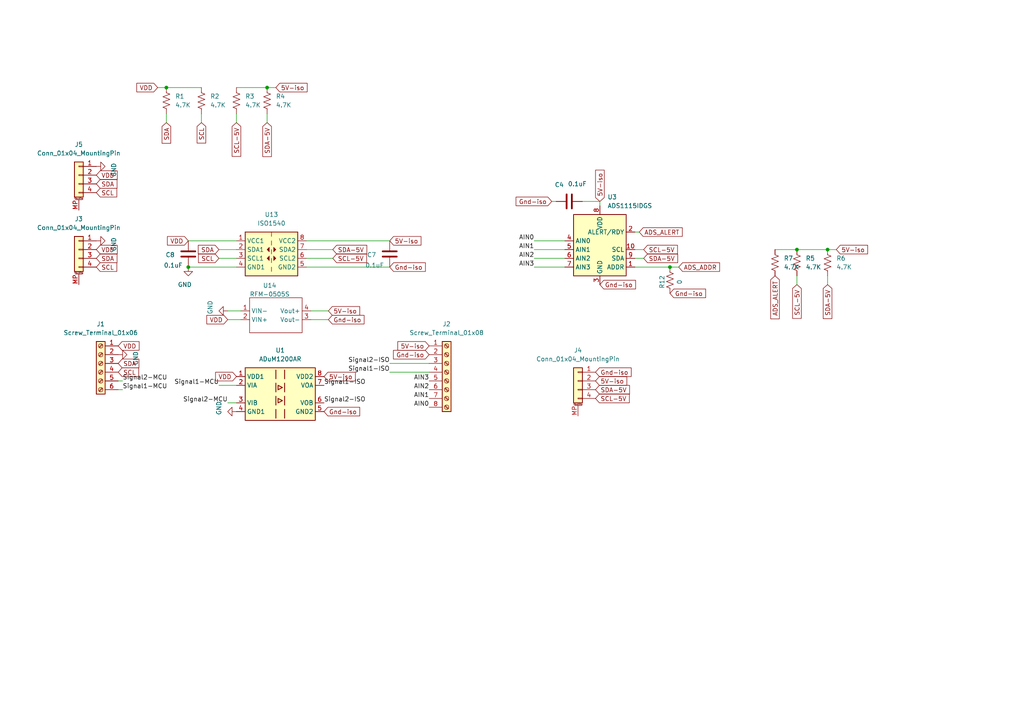
<source format=kicad_sch>
(kicad_sch (version 20250114) (generator "eeschema") (generator_version "9.0")
  (paper "A4")
  (lib_symbols
    (symbol "Analog_ADC:ADS1115IDGS"
      (property "Reference" "U" (at 2.54 13.97 0))
      (property "Value" "ADS1115IDGS" (at 7.62 11.43 0))
      (symbol "ADS1115IDGS_0_1"
        (rectangle (start -7.62 10.16) (end 7.62 -7.62) (stroke (width 0.254)) (fill (type background)))
      )
      (symbol "ADS1115IDGS_1_1"
        (pin input line (at -10.16 2.54 0) (length 2.54) (name "AIN0") (number "4"))
        (pin input line (at -10.16 0 0) (length 2.54) (name "AIN1") (number "5"))
        (pin input line (at -10.16 -2.54 0) (length 2.54) (name "AIN2") (number "6"))
        (pin input line (at -10.16 -5.08 0) (length 2.54) (name "AIN3") (number "7"))
        (pin power_in line (at 0 12.7 270) (length 2.54) (name "VDD") (number "8"))
        (pin power_in line (at 0 -10.16 90) (length 2.54) (name "GND") (number "3"))
        (pin output line (at 10.16 5.08 180) (length 2.54) (name "ALERT/RDY") (number "2"))
        (pin input line (at 10.16 0 180) (length 2.54) (name "SCL") (number "10"))
        (pin bidirectional line (at 10.16 -2.54 180) (length 2.54) (name "SDA") (number "9"))
        (pin input line (at 10.16 -5.08 180) (length 2.54) (name "ADDR") (number "1"))
      )
    )
    (symbol "Connector:Screw_Terminal_01x06" (pin_names (offset 1.016) (hide yes))
      (property "Reference" "J" (at 0 7.62 0))
      (property "Value" "Screw_Terminal_01x06" (at 0 -10.16 0))
      (symbol "Screw_Terminal_01x06_1_1"
        (rectangle (start -1.27 6.35) (end 1.27 -8.89) (stroke (width 0.254)) (fill (type background)))
        (polyline (pts (xy -0.5334 5.4102) (xy 0.3302 4.572)) (stroke (width 0.1524)))
        (polyline (pts (xy -0.5334 2.8702) (xy 0.3302 2.032)) (stroke (width 0.1524)))
        (polyline (pts (xy -0.5334 0.3302) (xy 0.3302 -0.508)) (stroke (width 0.1524)))
        (polyline (pts (xy -0.5334 -2.2098) (xy 0.3302 -3.048)) (stroke (width 0.1524)))
        (polyline (pts (xy -0.5334 -4.7498) (xy 0.3302 -5.588)) (stroke (width 0.1524)))
        (polyline (pts (xy -0.5334 -7.2898) (xy 0.3302 -8.128)) (stroke (width 0.1524)))
        (polyline (pts (xy -0.3556 5.588) (xy 0.508 4.7498)) (stroke (width 0.1524)))
        (polyline (pts (xy -0.3556 3.048) (xy 0.508 2.2098)) (stroke (width 0.1524)))
        (polyline (pts (xy -0.3556 0.508) (xy 0.508 -0.3302)) (stroke (width 0.1524)))
        (polyline (pts (xy -0.3556 -2.032) (xy 0.508 -2.8702)) (stroke (width 0.1524)))
        (polyline (pts (xy -0.3556 -4.572) (xy 0.508 -5.4102)) (stroke (width 0.1524)))
        (polyline (pts (xy -0.3556 -7.112) (xy 0.508 -7.9502)) (stroke (width 0.1524)))
        (circle (center 0 5.08) (radius 0.635) (stroke (width 0.1524)))
        (circle (center 0 2.54) (radius 0.635) (stroke (width 0.1524)))
        (circle (center 0 0) (radius 0.635) (stroke (width 0.1524)))
        (circle (center 0 -2.54) (radius 0.635) (stroke (width 0.1524)))
        (circle (center 0 -5.08) (radius 0.635) (stroke (width 0.1524)))
        (circle (center 0 -7.62) (radius 0.635) (stroke (width 0.1524)))
        (pin passive line (at -5.08 5.08 0) (length 3.81) (name "Pin_1") (number "1"))
        (pin passive line (at -5.08 2.54 0) (length 3.81) (name "Pin_2") (number "2"))
        (pin passive line (at -5.08 0 0) (length 3.81) (name "Pin_3") (number "3"))
        (pin passive line (at -5.08 -2.54 0) (length 3.81) (name "Pin_4") (number "4"))
        (pin passive line (at -5.08 -5.08 0) (length 3.81) (name "Pin_5") (number "5"))
        (pin passive line (at -5.08 -7.62 0) (length 3.81) (name "Pin_6") (number "6"))
      )
    )
    (symbol "Connector:Screw_Terminal_01x08" (pin_names (offset 1.016) (hide yes))
      (property "Reference" "J" (at 0 10.16 0))
      (property "Value" "Screw_Terminal_01x08" (at 0 -12.7 0))
      (symbol "Screw_Terminal_01x08_1_1"
        (rectangle (start -1.27 8.89) (end 1.27 -11.43) (stroke (width 0.254)) (fill (type background)))
        (polyline (pts (xy -0.5334 7.9502) (xy 0.3302 7.112)) (stroke (width 0.1524)))
        (polyline (pts (xy -0.5334 5.4102) (xy 0.3302 4.572)) (stroke (width 0.1524)))
        (polyline (pts (xy -0.5334 2.8702) (xy 0.3302 2.032)) (stroke (width 0.1524)))
        (polyline (pts (xy -0.5334 0.3302) (xy 0.3302 -0.508)) (stroke (width 0.1524)))
        (polyline (pts (xy -0.5334 -2.2098) (xy 0.3302 -3.048)) (stroke (width 0.1524)))
        (polyline (pts (xy -0.5334 -4.7498) (xy 0.3302 -5.588)) (stroke (width 0.1524)))
        (polyline (pts (xy -0.5334 -7.2898) (xy 0.3302 -8.128)) (stroke (width 0.1524)))
        (polyline (pts (xy -0.5334 -9.8298) (xy 0.3302 -10.668)) (stroke (width 0.1524)))
        (polyline (pts (xy -0.3556 8.128) (xy 0.508 7.2898)) (stroke (width 0.1524)))
        (polyline (pts (xy -0.3556 5.588) (xy 0.508 4.7498)) (stroke (width 0.1524)))
        (polyline (pts (xy -0.3556 3.048) (xy 0.508 2.2098)) (stroke (width 0.1524)))
        (polyline (pts (xy -0.3556 0.508) (xy 0.508 -0.3302)) (stroke (width 0.1524)))
        (polyline (pts (xy -0.3556 -2.032) (xy 0.508 -2.8702)) (stroke (width 0.1524)))
        (polyline (pts (xy -0.3556 -4.572) (xy 0.508 -5.4102)) (stroke (width 0.1524)))
        (polyline (pts (xy -0.3556 -7.112) (xy 0.508 -7.9502)) (stroke (width 0.1524)))
        (polyline (pts (xy -0.3556 -9.652) (xy 0.508 -10.4902)) (stroke (width 0.1524)))
        (circle (center 0 7.62) (radius 0.635) (stroke (width 0.1524)))
        (circle (center 0 5.08) (radius 0.635) (stroke (width 0.1524)))
        (circle (center 0 2.54) (radius 0.635) (stroke (width 0.1524)))
        (circle (center 0 0) (radius 0.635) (stroke (width 0.1524)))
        (circle (center 0 -2.54) (radius 0.635) (stroke (width 0.1524)))
        (circle (center 0 -5.08) (radius 0.635) (stroke (width 0.1524)))
        (circle (center 0 -7.62) (radius 0.635) (stroke (width 0.1524)))
        (circle (center 0 -10.16) (radius 0.635) (stroke (width 0.1524)))
        (pin passive line (at -5.08 7.62 0) (length 3.81) (name "Pin_1") (number "1"))
        (pin passive line (at -5.08 5.08 0) (length 3.81) (name "Pin_2") (number "2"))
        (pin passive line (at -5.08 2.54 0) (length 3.81) (name "Pin_3") (number "3"))
        (pin passive line (at -5.08 0 0) (length 3.81) (name "Pin_4") (number "4"))
        (pin passive line (at -5.08 -2.54 0) (length 3.81) (name "Pin_5") (number "5"))
        (pin passive line (at -5.08 -5.08 0) (length 3.81) (name "Pin_6") (number "6"))
        (pin passive line (at -5.08 -7.62 0) (length 3.81) (name "Pin_7") (number "7"))
        (pin passive line (at -5.08 -10.16 0) (length 3.81) (name "Pin_8") (number "8"))
      )
    )
    (symbol "Connector_Generic_MountingPin:Conn_01x04_MountingPin" (pin_names (offset 1.016) (hide yes))
      (property "Reference" "J" (at 0 5.08 0))
      (property "Value" "Conn_01x04_MountingPin" (at 1.27 -7.62 0))
      (symbol "Conn_01x04_MountingPin_1_1"
        (rectangle (start -1.27 3.81) (end 1.27 -6.35) (stroke (width 0.254)) (fill (type background)))
        (rectangle (start -1.27 2.667) (end 0 2.413) (stroke (width 0.1524)))
        (rectangle (start -1.27 0.127) (end 0 -0.127) (stroke (width 0.1524)))
        (rectangle (start -1.27 -2.413) (end 0 -2.667) (stroke (width 0.1524)))
        (rectangle (start -1.27 -4.953) (end 0 -5.207) (stroke (width 0.1524)))
        (polyline (pts (xy -1.016 -7.112) (xy 1.016 -7.112)) (stroke (width 0.1524)))
        (text "Mounting" (at 0 -6.731 0) (effects (font (size 0.381 0.381))))
        (pin passive line (at -5.08 2.54 0) (length 3.81) (name "Pin_1") (number "1"))
        (pin passive line (at -5.08 0 0) (length 3.81) (name "Pin_2") (number "2"))
        (pin passive line (at -5.08 -2.54 0) (length 3.81) (name "Pin_3") (number "3"))
        (pin passive line (at -5.08 -5.08 0) (length 3.81) (name "Pin_4") (number "4"))
        (pin passive line (at 0 -10.16 90) (length 3.048) (name "MountPin") (number "MP"))
      )
    )
    (symbol "CustomAdded:RFM_0505"
      (property "Reference" "U" (at 0 0 0))
      (property "Value" "RFM-0505S" (at 0 0 0))
      (symbol "RFM_0505_0_1"
        (rectangle (start 1.27 -1.27) (end 16.51 -11.43))
      )
      (symbol "RFM_0505_1_1"
        (pin power_in line (at -1.27 -5.08 0) (length 2.54) (name "VIN-") (number "1"))
        (pin power_in line (at -1.27 -7.62 0) (length 2.54) (name "VIN+") (number "2"))
        (pin power_out line (at 19.05 -5.08 180) (length 2.54) (name "Vout+") (number "4"))
        (pin power_out line (at 19.05 -7.62 180) (length 2.54) (name "Vout-") (number "3"))
      )
    )
    (symbol "Device:C" (pin_numbers (hide yes)) (pin_names (offset 0.254))
      (property "Reference" "C" (at 0.635 2.54 0))
      (property "Value" "C" (at 0.635 -2.54 0))
      (symbol "C_0_1"
        (polyline (pts (xy -2.032 0.762) (xy 2.032 0.762)) (stroke (width 0.508)))
        (polyline (pts (xy -2.032 -0.762) (xy 2.032 -0.762)) (stroke (width 0.508)))
      )
      (symbol "C_1_1"
        (pin passive line (at 0 3.81 270) (length 2.794) (name "~") (number "1"))
        (pin passive line (at 0 -3.81 90) (length 2.794) (name "~") (number "2"))
      )
    )
    (symbol "Device:R_US" (pin_numbers (hide yes)) (pin_names (offset 0))
      (property "Reference" "R" (at 2.54 0 90))
      (property "Value" "R_US" (at -2.54 0 90))
      (symbol "R_US_0_1"
        (polyline (pts (xy 0 2.286) (xy 0 2.54)))
        (polyline (pts (xy 0 2.286) (xy 1.016 1.905) (xy 0 1.524) (xy -1.016 1.143) (xy 0 0.762)))
        (polyline (pts (xy 0 0.762) (xy 1.016 0.381) (xy 0 0) (xy -1.016 -0.381) (xy 0 -0.762)))
        (polyline (pts (xy 0 -0.762) (xy 1.016 -1.143) (xy 0 -1.524) (xy -1.016 -1.905) (xy 0 -2.286)))
        (polyline (pts (xy 0 -2.286) (xy 0 -2.54)))
      )
      (symbol "R_US_1_1"
        (pin passive line (at 0 3.81 270) (length 1.27) (name "~") (number "1"))
        (pin passive line (at 0 -3.81 90) (length 1.27) (name "~") (number "2"))
      )
    )
    (symbol "Isolator:ADuM1200AR"
      (property "Reference" "U" (at -10.16 8.89 0))
      (property "Value" "ADuM1200AR" (at -2.032 8.89 0))
      (symbol "ADuM1200AR_0_1"
        (rectangle (start -10.16 7.62) (end 10.16 -7.62) (stroke (width 0.254)) (fill (type background)))
        (polyline (pts (xy -1.27 6.985) (xy -1.27 4.445)) (stroke (width 0.254)))
        (polyline (pts (xy -1.27 3.175) (xy -1.27 0.635)) (stroke (width 0.254)))
        (polyline (pts (xy -1.27 -0.635) (xy -1.27 -3.175)) (stroke (width 0.254)))
        (polyline (pts (xy -1.27 -4.445) (xy -1.27 -6.985)) (stroke (width 0.254)))
        (polyline (pts (xy -0.635 1.27) (xy 0.635 1.905) (xy -0.635 2.54) (xy -0.635 1.27)) (stroke (width 0.254)))
        (polyline (pts (xy -0.635 -1.27) (xy -0.635 -2.54) (xy 0.635 -1.905) (xy -0.635 -1.27)) (stroke (width 0.254)))
        (polyline (pts (xy 1.27 6.985) (xy 1.27 4.445)) (stroke (width 0.254)))
        (polyline (pts (xy 1.27 3.175) (xy 1.27 0.635)) (stroke (width 0.254)))
        (polyline (pts (xy 1.27 -0.635) (xy 1.27 -3.175)) (stroke (width 0.254)))
        (polyline (pts (xy 1.27 -4.445) (xy 1.27 -6.985)) (stroke (width 0.254)))
      )
      (symbol "ADuM1200AR_1_1"
        (pin power_in line (at -12.7 5.08 0) (length 2.54) (name "VDD1") (number "1"))
        (pin input line (at -12.7 2.54 0) (length 2.54) (name "VIA") (number "2"))
        (pin input line (at -12.7 -2.54 0) (length 2.54) (name "VIB") (number "3"))
        (pin power_in line (at -12.7 -5.08 0) (length 2.54) (name "GND1") (number "4"))
        (pin power_in line (at 12.7 5.08 180) (length 2.54) (name "VDD2") (number "8"))
        (pin output line (at 12.7 2.54 180) (length 2.54) (name "VOA") (number "7"))
        (pin output line (at 12.7 -2.54 180) (length 2.54) (name "VOB") (number "6"))
        (pin power_in line (at 12.7 -5.08 180) (length 2.54) (name "GND2") (number "5"))
      )
    )
    (symbol "Isolator:ISO1540"
      (property "Reference" "U" (at -6.35 6.35 0))
      (property "Value" "ISO1540" (at 3.81 6.35 0))
      (symbol "ISO1540_0_1"
        (rectangle (start -7.62 5.08) (end 7.62 -7.62) (stroke (width 0.254)) (fill (type background)))
        (polyline (pts (xy -0.635 0.635) (xy -1.27 0) (xy -0.635 -0.635) (xy -0.635 0.635)) (fill (type outline)))
        (polyline (pts (xy 0 5.08) (xy 0 3.81)))
        (polyline (pts (xy 0 2.54) (xy 0 1.27)))
        (polyline (pts (xy 0 0) (xy 0 -1.27)))
        (polyline (pts (xy 0 -2.54) (xy 0 -3.81)))
        (rectangle (start 0 -5.08) (end 0 -6.35))
        (polyline (pts (xy 0.635 0.635) (xy 1.27 0) (xy 0.635 -0.635) (xy 0.635 0.635)) (fill (type outline)))
        (polyline (pts (xy 0.635 -1.905) (xy 1.27 -2.54) (xy 0.635 -3.175) (xy 0.635 -1.905)) (fill (type outline)))
      )
      (symbol "ISO1540_1_1"
        (polyline (pts (xy -0.635 -1.905) (xy -1.27 -2.54) (xy -0.635 -3.175) (xy -0.635 -1.905)) (fill (type outline)))
        (pin power_in line (at -10.16 2.54 0) (length 2.54) (name "VCC1") (number "1"))
        (pin bidirectional line (at -10.16 0 0) (length 2.54) (name "SDA1") (number "2"))
        (pin bidirectional line (at -10.16 -2.54 0) (length 2.54) (name "SCL1") (number "3"))
        (pin power_in line (at -10.16 -5.08 0) (length 2.54) (name "GND1") (number "4"))
        (pin power_in line (at 10.16 2.54 180) (length 2.54) (name "VCC2") (number "8"))
        (pin bidirectional line (at 10.16 0 180) (length 2.54) (name "SDA2") (number "7"))
        (pin bidirectional line (at 10.16 -2.54 180) (length 2.54) (name "SCL2") (number "6"))
        (pin power_in line (at 10.16 -5.08 180) (length 2.54) (name "GND2") (number "5"))
      )
    )
    (symbol "power:GND" (power) (pin_names (offset 0))
      (property "Value" "GND" (at 0 -3.81 0))
      (symbol "GND_0_1"
        (polyline (pts (xy 0 0) (xy 0 -1.27) (xy 1.27 -1.27) (xy 0 -2.54) (xy -1.27 -1.27) (xy 0 -1.27)))
      )
      (symbol "GND_1_1"
        (pin power_in line (at 0 0 270) (length 0) (hide yes) (name "GND") (number "1"))
      )
    )
  )
  (junction (at 194.31 77.47))
  (junction (at 54.61 77.47))
  (junction (at 77.47 25.4))
  (junction (at 231.14 72.39))
  (junction (at 240.03 72.39))
  (junction (at 48.26 25.4))
  (wire (pts (xy 63.5 111.76) (xy 68.58 111.76)))
  (wire (pts (xy 63.5 74.93) (xy 68.58 74.93)))
  (wire (pts (xy 154.94 69.85) (xy 163.83 69.85)))
  (wire (pts (xy 48.26 25.4) (xy 45.72 25.4)))
  (wire (pts (xy 240.03 72.39) (xy 242.57 72.39)))
  (wire (pts (xy 77.47 35.56) (xy 77.47 33.02)))
  (wire (pts (xy 154.94 77.47) (xy 163.83 77.47)))
  (wire (pts (xy 63.5 72.39) (xy 68.58 72.39)))
  (wire (pts (xy 240.03 82.55) (xy 240.03 80.01)))
  (wire (pts (xy 66.04 92.71) (xy 69.85 92.71)))
  (wire (pts (xy 88.9 72.39) (xy 96.52 72.39)))
  (wire (pts (xy 77.47 25.4) (xy 80.01 25.4)))
  (wire (pts (xy 88.9 77.47) (xy 113.03 77.47)))
  (wire (pts (xy 54.61 77.47) (xy 68.58 77.47)))
  (wire (pts (xy 173.99 58.42) (xy 168.91 58.42)))
  (wire (pts (xy 185.42 67.31) (xy 184.15 67.31)))
  (wire (pts (xy 88.9 69.85) (xy 113.03 69.85)))
  (wire (pts (xy 113.03 105.41) (xy 124.46 105.41)))
  (wire (pts (xy 154.94 74.93) (xy 163.83 74.93)))
  (wire (pts (xy 196.85 77.47) (xy 194.31 77.47)))
  (wire (pts (xy 173.99 58.42) (xy 173.99 59.69)))
  (wire (pts (xy 58.42 33.02) (xy 58.42 35.56)))
  (wire (pts (xy 66.04 116.84) (xy 68.58 116.84)))
  (wire (pts (xy 35.56 110.49) (xy 34.29 110.49)))
  (wire (pts (xy 184.15 74.93) (xy 186.69 74.93)))
  (wire (pts (xy 224.79 72.39) (xy 231.14 72.39)))
  (wire (pts (xy 184.15 72.39) (xy 186.69 72.39)))
  (wire (pts (xy 68.58 35.56) (xy 68.58 33.02)))
  (wire (pts (xy 66.04 90.17) (xy 69.85 90.17)))
  (wire (pts (xy 231.14 82.55) (xy 231.14 80.01)))
  (wire (pts (xy 88.9 74.93) (xy 96.52 74.93)))
  (wire (pts (xy 48.26 35.56) (xy 48.26 33.02)))
  (wire (pts (xy 231.14 72.39) (xy 240.03 72.39)))
  (wire (pts (xy 113.03 107.95) (xy 124.46 107.95)))
  (wire (pts (xy 161.29 58.42) (xy 160.02 58.42)))
  (wire (pts (xy 90.17 92.71) (xy 95.25 92.71)))
  (wire (pts (xy 54.61 69.85) (xy 68.58 69.85)))
  (wire (pts (xy 154.94 72.39) (xy 163.83 72.39)))
  (wire (pts (xy 184.15 77.47) (xy 194.31 77.47)))
  (wire (pts (xy 68.58 25.4) (xy 77.47 25.4)))
  (wire (pts (xy 48.26 25.4) (xy 58.42 25.4)))
  (wire (pts (xy 90.17 90.17) (xy 95.25 90.17)))
  (wire (pts (xy 35.56 113.03) (xy 34.29 113.03)))
  (label "Signal1-ISO" (at 93.98 111.76 0))
  (label "AIN3" (at 154.94 77.47 180))
  (label "AIN0" (at 124.46 118.11 180))
  (label "AIN1" (at 124.46 115.57 180))
  (label "AIN0" (at 154.94 69.85 180))
  (label "AIN3" (at 124.46 110.49 180))
  (label "Signal2-MCU" (at 66.04 116.84 180))
  (label "Signal1-MCU" (at 35.56 113.03 0))
  (label "AIN2" (at 154.94 74.93 180))
  (label "Signal2-ISO" (at 113.03 105.41 180))
  (label "AIN2" (at 124.46 113.03 180))
  (label "Signal2-MCU" (at 35.56 110.49 0))
  (label "Signal2-ISO" (at 93.98 116.84 0))
  (label "Signal1-ISO" (at 113.03 107.95 180))
  (label "Signal1-MCU" (at 63.5 111.76 180))
  (label "AIN1" (at 154.94 72.39 180))
  (global_label "Gnd-iso" (shape input) (at 93.98 119.38 0) (property "Intersheetrefs" "${INTERSHEET_REFS}" (effects (hide yes))))
  (global_label "SCL" (shape input) (at 27.94 55.88 0) (property "Intersheetrefs" "${INTERSHEET_REFS}" (effects (hide yes))))
  (global_label "SCL" (shape input) (at 63.5 74.93 180) (property "Intersheetrefs" "${INTERSHEET_REFS}" (effects (hide yes))))
  (global_label "SCL" (shape input) (at 34.29 107.95 0) (property "Intersheetrefs" "${INTERSHEET_REFS}" (effects (hide yes))))
  (global_label "VDD" (shape input) (at 54.61 69.85 180) (property "Intersheetrefs" "${INTERSHEET_REFS}" (effects (hide yes))))
  (global_label "ADS_ADDR" (shape input) (at 196.85 77.47 0) (property "Intersheetrefs" "${INTERSHEET_REFS}" (effects (hide yes))))
  (global_label "SCL-5V" (shape input) (at 96.52 74.93 0) (property "Intersheetrefs" "${INTERSHEET_REFS}" (effects (hide yes))))
  (global_label "VDD" (shape input) (at 66.04 92.71 180) (property "Intersheetrefs" "${INTERSHEET_REFS}" (effects (hide yes))))
  (global_label "VDD" (shape input) (at 45.72 25.4 180) (property "Intersheetrefs" "${INTERSHEET_REFS}" (effects (hide yes))))
  (global_label "SCL-5V" (shape input) (at 68.58 35.56 270) (property "Intersheetrefs" "${INTERSHEET_REFS}" (effects (hide yes))))
  (global_label "5V-iso" (shape input) (at 113.03 69.85 0) (property "Intersheetrefs" "${INTERSHEET_REFS}" (effects (hide yes))))
  (global_label "VDD" (shape input) (at 27.94 50.8 0) (property "Intersheetrefs" "${INTERSHEET_REFS}" (effects (hide yes))))
  (global_label "SDA-5V" (shape input) (at 240.03 82.55 270) (property "Intersheetrefs" "${INTERSHEET_REFS}" (effects (hide yes))))
  (global_label "SDA" (shape input) (at 27.94 74.93 0) (property "Intersheetrefs" "${INTERSHEET_REFS}" (effects (hide yes))))
  (global_label "Gnd-iso" (shape input) (at 124.46 102.87 180) (property "Intersheetrefs" "${INTERSHEET_REFS}" (effects (hide yes))))
  (global_label "Gnd-iso" (shape input) (at 173.99 82.55 0) (property "Intersheetrefs" "${INTERSHEET_REFS}" (effects (hide yes))))
  (global_label "Gnd-iso" (shape input) (at 160.02 58.42 180) (property "Intersheetrefs" "${INTERSHEET_REFS}" (effects (hide yes))))
  (global_label "Gnd-iso" (shape input) (at 172.72 107.95 0) (property "Intersheetrefs" "${INTERSHEET_REFS}" (effects (hide yes))))
  (global_label "5V-iso" (shape input) (at 242.57 72.39 0) (property "Intersheetrefs" "${INTERSHEET_REFS}" (effects (hide yes))))
  (global_label "5V-iso" (shape input) (at 124.46 100.33 180) (property "Intersheetrefs" "${INTERSHEET_REFS}" (effects (hide yes))))
  (global_label "SDA" (shape input) (at 34.29 105.41 0) (property "Intersheetrefs" "${INTERSHEET_REFS}" (effects (hide yes))))
  (global_label "SDA-5V" (shape input) (at 96.52 72.39 0) (property "Intersheetrefs" "${INTERSHEET_REFS}" (effects (hide yes))))
  (global_label "VDD" (shape input) (at 68.58 109.22 180) (property "Intersheetrefs" "${INTERSHEET_REFS}" (effects (hide yes))))
  (global_label "SCL-5V" (shape input) (at 231.14 82.55 270) (property "Intersheetrefs" "${INTERSHEET_REFS}" (effects (hide yes))))
  (global_label "SCL-5V" (shape input) (at 172.72 115.57 0) (property "Intersheetrefs" "${INTERSHEET_REFS}" (effects (hide yes))))
  (global_label "VDD" (shape input) (at 34.29 100.33 0) (property "Intersheetrefs" "${INTERSHEET_REFS}" (effects (hide yes))))
  (global_label "SCL" (shape input) (at 58.42 35.56 270) (property "Intersheetrefs" "${INTERSHEET_REFS}" (effects (hide yes))))
  (global_label "VDD" (shape input) (at 27.94 72.39 0) (property "Intersheetrefs" "${INTERSHEET_REFS}" (effects (hide yes))))
  (global_label "Gnd-iso" (shape input) (at 194.31 85.09 0) (property "Intersheetrefs" "${INTERSHEET_REFS}" (effects (hide yes))))
  (global_label "Gnd-iso" (shape input) (at 95.25 92.71 0) (property "Intersheetrefs" "${INTERSHEET_REFS}" (effects (hide yes))))
  (global_label "SDA-5V" (shape input) (at 186.69 74.93 0) (property "Intersheetrefs" "${INTERSHEET_REFS}" (effects (hide yes))))
  (global_label "Gnd-iso" (shape input) (at 113.03 77.47 0) (property "Intersheetrefs" "${INTERSHEET_REFS}" (effects (hide yes))))
  (global_label "5V-iso" (shape input) (at 95.25 90.17 0) (property "Intersheetrefs" "${INTERSHEET_REFS}" (effects (hide yes))))
  (global_label "5V-iso" (shape input) (at 173.99 58.42 90) (property "Intersheetrefs" "${INTERSHEET_REFS}" (effects (hide yes))))
  (global_label "SDA-5V" (shape input) (at 172.72 113.03 0) (property "Intersheetrefs" "${INTERSHEET_REFS}" (effects (hide yes))))
  (global_label "SCL" (shape input) (at 27.94 77.47 0) (property "Intersheetrefs" "${INTERSHEET_REFS}" (effects (hide yes))))
  (global_label "SDA-5V" (shape input) (at 77.47 35.56 270) (property "Intersheetrefs" "${INTERSHEET_REFS}" (effects (hide yes))))
  (global_label "SDA" (shape input) (at 48.26 35.56 270) (property "Intersheetrefs" "${INTERSHEET_REFS}" (effects (hide yes))))
  (global_label "SDA" (shape input) (at 63.5 72.39 180) (property "Intersheetrefs" "${INTERSHEET_REFS}" (effects (hide yes))))
  (global_label "ADS_ALERT" (shape input) (at 224.79 80.01 270) (property "Intersheetrefs" "${INTERSHEET_REFS}" (effects (hide yes))))
  (global_label "5V-iso" (shape input) (at 80.01 25.4 0) (property "Intersheetrefs" "${INTERSHEET_REFS}" (effects (hide yes))))
  (global_label "ADS_ALERT" (shape input) (at 185.42 67.31 0) (property "Intersheetrefs" "${INTERSHEET_REFS}" (effects (hide yes))))
  (global_label "5V-iso" (shape input) (at 172.72 110.49 0) (property "Intersheetrefs" "${INTERSHEET_REFS}" (effects (hide yes))))
  (global_label "SCL-5V" (shape input) (at 186.69 72.39 0) (property "Intersheetrefs" "${INTERSHEET_REFS}" (effects (hide yes))))
  (global_label "SDA" (shape input) (at 27.94 53.34 0) (property "Intersheetrefs" "${INTERSHEET_REFS}" (effects (hide yes))))
  (global_label "5V-iso" (shape input) (at 93.98 109.22 0) (property "Intersheetrefs" "${INTERSHEET_REFS}" (effects (hide yes))))
  (symbol (lib_id "Connector:Screw_Terminal_01x06") (at 29.21 105.41 0) (mirror y) (unit 1)
    (property "Reference" "J1" (at 29.21 93.98 0))
    (property "Value" "Screw_Terminal_01x06" (at 29.21 96.52 0))
    (property "Footprint" "Connector_PinHeader_2.54mm:PinHeader_1x06_P2.54mm_Vertical" (effects (hide yes)))
    (property "Description" "Generic screw terminal, single row, 01x06, script generated (kicad-library-utils/schlib/autogen/connector/)" (effects (hide yes)))
  )
  (symbol (lib_id "CustomAdded:RFM_0505") (at 71.12 85.09 0) (unit 1)
    (property "Reference" "U14" (at 78.232 82.804 0))
    (property "Value" "RFM-0505S" (at 78.232 85.344 0))
    (property "Footprint" "Library:XP SCT01F03S05" (effects (hide yes)))
  )
  (symbol (lib_id "power:GND") (at 68.58 119.38 270) (unit 1)
    (property "Reference" "#PWR01" (effects (hide yes)))
    (property "Value" "GND" (at 63.5 118.364 0))
    (property "Description" "Power symbol creates a global label with name \"GND\" , ground" (effects (hide yes)))
  )
  (symbol (lib_id "Analog_ADC:ADS1115IDGS") (at 173.99 72.39 0) (unit 1)
    (property "Reference" "U3" (at 176.1841 57.15 0) (effects (justify left)))
    (property "Value" "ADS1115IDGS" (at 176.1841 59.69 0) (effects (justify left)))
    (property "Footprint" "Package_SO:TSSOP-10_3x3mm_P0.5mm" (effects (hide yes)))
    (property "Datasheet" "http://www.ti.com/lit/ds/symlink/ads1113.pdf" (effects (hide yes)))
    (property "Description" "Ultra-Small, Low-Power, I2C-Compatible, 860-SPS, 16-Bit ADCs With Internal Reference, Oscillator, and Programmable Comparator, VSSOP-10" (effects (hide yes)))
    (property "ValueTemp" "ADS1115IDGS" (effects (hide yes)))
  )
  (symbol (lib_id "Connector_Generic_MountingPin:Conn_01x04_MountingPin") (at 167.64 110.49 0) (mirror y) (unit 1)
    (property "Reference" "J4" (at 167.64 101.6 0))
    (property "Value" "Conn_01x04_MountingPin" (at 167.64 104.14 0))
    (property "Footprint" "Connector_JST:JST_SH_SM04B-SRSS-TB_1x04-1MP_P1.00mm_Horizontal" (effects (hide yes)))
    (property "Description" "Generic connectable mounting pin connector, single row, 01x04, script generated (kicad-library-utils/schlib/autogen/connector/)" (effects (hide yes)))
  )
  (symbol (lib_id "Device:R_US") (at 240.03 76.2 0) (unit 1)
    (property "Reference" "R6" (at 242.57 74.9299 0) (effects (justify left)))
    (property "Value" "4.7K" (at 242.57 77.4699 0) (effects (justify left)))
    (property "Footprint" "Resistor_SMD:R_0805_2012Metric_Pad1.20x1.40mm_HandSolder" (effects (hide yes)))
    (property "Description" "Resistor, US symbol" (effects (hide yes)))
  )
  (symbol (lib_id "Device:R_US") (at 58.42 29.21 0) (unit 1)
    (property "Reference" "R2" (at 60.96 27.9399 0) (effects (justify left)))
    (property "Value" "4.7K" (at 60.96 30.4799 0) (effects (justify left)))
    (property "Footprint" "Resistor_SMD:R_0805_2012Metric_Pad1.20x1.40mm_HandSolder" (effects (hide yes)))
    (property "Description" "Resistor, US symbol" (effects (hide yes)))
  )
  (symbol (lib_id "power:GND") (at 66.04 90.17 270) (unit 1)
    (property "Reference" "#PWR025" (effects (hide yes)))
    (property "Value" "GND" (at 60.96 89.154 0))
    (property "Description" "Power symbol creates a global label with name \"GND\" , ground" (effects (hide yes)))
  )
  (symbol (lib_id "power:GND") (at 27.94 48.26 90) (unit 1)
    (property "Reference" "#PWR04" (effects (hide yes)))
    (property "Value" "GND" (at 33.02 49.276 0))
    (property "Description" "Power symbol creates a global label with name \"GND\" , ground" (effects (hide yes)))
  )
  (symbol (lib_id "Connector_Generic_MountingPin:Conn_01x04_MountingPin") (at 22.86 72.39 0) (mirror y) (unit 1)
    (property "Reference" "J3" (at 22.86 63.5 0))
    (property "Value" "Conn_01x04_MountingPin" (at 22.86 66.04 0))
    (property "Footprint" "Connector_JST:JST_SH_SM04B-SRSS-TB_1x04-1MP_P1.00mm_Horizontal" (effects (hide yes)))
    (property "Description" "Generic connectable mounting pin connector, single row, 01x04, script generated (kicad-library-utils/schlib/autogen/connector/)" (effects (hide yes)))
  )
  (symbol (lib_id "Connector:Screw_Terminal_01x08") (at 129.54 107.95 0) (unit 1)
    (property "Reference" "J2" (at 129.54 93.98 0))
    (property "Value" "Screw_Terminal_01x08" (at 129.54 96.52 0))
    (property "Footprint" "Connector_PinHeader_2.54mm:PinHeader_1x08_P2.54mm_Vertical" (effects (hide yes)))
    (property "Description" "Generic screw terminal, single row, 01x08, script generated (kicad-library-utils/schlib/autogen/connector/)" (effects (hide yes)))
  )
  (symbol (lib_id "Device:R_US") (at 48.26 29.21 0) (unit 1)
    (property "Reference" "R1" (at 50.8 27.9399 0) (effects (justify left)))
    (property "Value" "4.7K" (at 50.8 30.4799 0) (effects (justify left)))
    (property "Footprint" "Resistor_SMD:R_0805_2012Metric_Pad1.20x1.40mm_HandSolder" (effects (hide yes)))
    (property "Description" "Resistor, US symbol" (effects (hide yes)))
  )
  (symbol (lib_id "Device:R_US") (at 194.31 81.28 0) (unit 1)
    (property "Reference" "R12" (at 192.024 81.788 90))
    (property "Value" "0" (at 197.104 81.788 90))
    (property "Footprint" "Resistor_SMD:R_0805_2012Metric_Pad1.20x1.40mm_HandSolder" (effects (hide yes)))
    (property "Description" "Resistor, US symbol" (effects (hide yes)))
    (property "Function" "BJTCurrentLimit1" (effects (hide yes)))
  )
  (symbol (lib_id "Device:R_US") (at 77.47 29.21 0) (unit 1)
    (property "Reference" "R4" (at 80.01 27.9399 0) (effects (justify left)))
    (property "Value" "4.7K" (at 80.01 30.4799 0) (effects (justify left)))
    (property "Footprint" "Resistor_SMD:R_0805_2012Metric_Pad1.20x1.40mm_HandSolder" (effects (hide yes)))
    (property "Description" "Resistor, US symbol" (effects (hide yes)))
  )
  (symbol (lib_id "Isolator:ISO1540") (at 78.74 72.39 0) (unit 1)
    (property "Reference" "U13" (at 78.74 62.23 0))
    (property "Value" "ISO1540" (at 78.74 64.77 0))
    (property "Footprint" "Package_SO:SOIC-8_3.9x4.9mm_P1.27mm" (effects (hide yes)))
    (property "Datasheet" "http://www.ti.com/lit/ds/symlink/iso1541.pdf" (effects (hide yes)))
    (property "Description" "I2C Isolator, 2.5 kVrms, Bidirectional clock and data, SOIC-8" (effects (hide yes)))
  )
  (symbol (lib_id "Device:R_US") (at 68.58 29.21 0) (unit 1)
    (property "Reference" "R3" (at 71.12 27.9399 0) (effects (justify left)))
    (property "Value" "4.7K" (at 71.12 30.4799 0) (effects (justify left)))
    (property "Footprint" "Resistor_SMD:R_0805_2012Metric_Pad1.20x1.40mm_HandSolder" (effects (hide yes)))
    (property "Description" "Resistor, US symbol" (effects (hide yes)))
  )
  (symbol (lib_id "power:GND") (at 27.94 69.85 90) (unit 1)
    (property "Reference" "#PWR03" (effects (hide yes)))
    (property "Value" "GND" (at 33.02 70.866 0))
    (property "Description" "Power symbol creates a global label with name \"GND\" , ground" (effects (hide yes)))
  )
  (symbol (lib_id "power:GND") (at 54.61 77.47 0) (unit 1)
    (property "Reference" "#PWR026" (effects (hide yes)))
    (property "Value" "GND" (at 53.594 82.55 0))
    (property "Description" "Power symbol creates a global label with name \"GND\" , ground" (effects (hide yes)))
  )
  (symbol (lib_id "power:GND") (at 34.29 102.87 90) (unit 1)
    (property "Reference" "#PWR02" (effects (hide yes)))
    (property "Value" "GND" (at 39.37 103.886 0))
    (property "Description" "Power symbol creates a global label with name \"GND\" , ground" (effects (hide yes)))
  )
  (symbol (lib_id "Device:C") (at 165.1 58.42 90) (unit 1)
    (property "Reference" "C4" (at 163.576 53.594 90) (effects (justify left)))
    (property "Value" "0.1uF" (at 170.18 53.34 90) (effects (justify left)))
    (property "Footprint" "Capacitor_SMD:C_0805_2012Metric_Pad1.18x1.45mm_HandSolder" (effects (hide yes)))
    (property "Description" "Unpolarized capacitor" (effects (hide yes)))
    (property "Function" "ADS Vdd Input Filter" (effects (hide yes)))
  )
  (symbol (lib_id "Device:R_US") (at 224.79 76.2 0) (unit 1)
    (property "Reference" "R7" (at 227.33 74.9299 0) (effects (justify left)))
    (property "Value" "4.7K" (at 227.33 77.4699 0) (effects (justify left)))
    (property "Footprint" "Resistor_SMD:R_0805_2012Metric_Pad1.20x1.40mm_HandSolder" (effects (hide yes)))
    (property "Description" "Resistor, US symbol" (effects (hide yes)))
  )
  (symbol (lib_id "Device:R_US") (at 231.14 76.2 0) (unit 1)
    (property "Reference" "R5" (at 233.68 74.9299 0) (effects (justify left)))
    (property "Value" "4.7K" (at 233.68 77.4699 0) (effects (justify left)))
    (property "Footprint" "Resistor_SMD:R_0805_2012Metric_Pad1.20x1.40mm_HandSolder" (effects (hide yes)))
    (property "Description" "Resistor, US symbol" (effects (hide yes)))
  )
  (symbol (lib_id "Isolator:ADuM1200AR") (at 81.28 114.3 0) (unit 1)
    (property "Reference" "U1" (at 81.28 101.6 0))
    (property "Value" "ADuM1200AR" (at 81.28 104.14 0))
    (property "Footprint" "Package_SO:SOIC-8_3.9x4.9mm_P1.27mm" (effects (hide yes)))
    (property "Datasheet" "https://www.analog.com/media/en/technical-documentation/data-sheets/ADuM1200_1201.pdf" (effects (hide yes)))
    (property "Description" "Dual-channel digital isolator, Bidirectional communication, 3V/5V level translation, SOIC-8" (effects (hide yes)))
  )
  (symbol (lib_id "Device:C") (at 54.61 73.66 0) (unit 1)
    (property "Reference" "C8" (at 48.006 73.914 0) (effects (justify left)))
    (property "Value" "0.1uF" (at 47.498 76.962 0) (effects (justify left)))
    (property "Footprint" "Capacitor_SMD:C_0805_2012Metric_Pad1.18x1.45mm_HandSolder" (effects (hide yes)))
    (property "Description" "Unpolarized capacitor" (effects (hide yes)))
    (property "ValueTemp" "2.2uF Unpolarized" (effects (hide yes)))
    (property "Function" "R Circuit Smoothing" (effects (hide yes)))
  )
  (symbol (lib_id "Connector_Generic_MountingPin:Conn_01x04_MountingPin") (at 22.86 50.8 0) (mirror y) (unit 1)
    (property "Reference" "J5" (at 22.86 41.91 0))
    (property "Value" "Conn_01x04_MountingPin" (at 22.86 44.45 0))
    (property "Footprint" "Connector_JST:JST_SH_SM04B-SRSS-TB_1x04-1MP_P1.00mm_Horizontal" (effects (hide yes)))
    (property "Description" "Generic connectable mounting pin connector, single row, 01x04, script generated (kicad-library-utils/schlib/autogen/connector/)" (effects (hide yes)))
  )
  (symbol (lib_id "Device:C") (at 113.03 73.66 0) (unit 1)
    (property "Reference" "C7" (at 106.426 73.914 0) (effects (justify left)))
    (property "Value" "0.1uF" (at 105.918 76.962 0) (effects (justify left)))
    (property "Footprint" "Capacitor_SMD:C_0805_2012Metric_Pad1.18x1.45mm_HandSolder" (effects (hide yes)))
    (property "Description" "Unpolarized capacitor" (effects (hide yes)))
    (property "ValueTemp" "2.2uF Unpolarized" (effects (hide yes)))
    (property "Function" "R Circuit Smoothing" (effects (hide yes)))
  )
)
</source>
